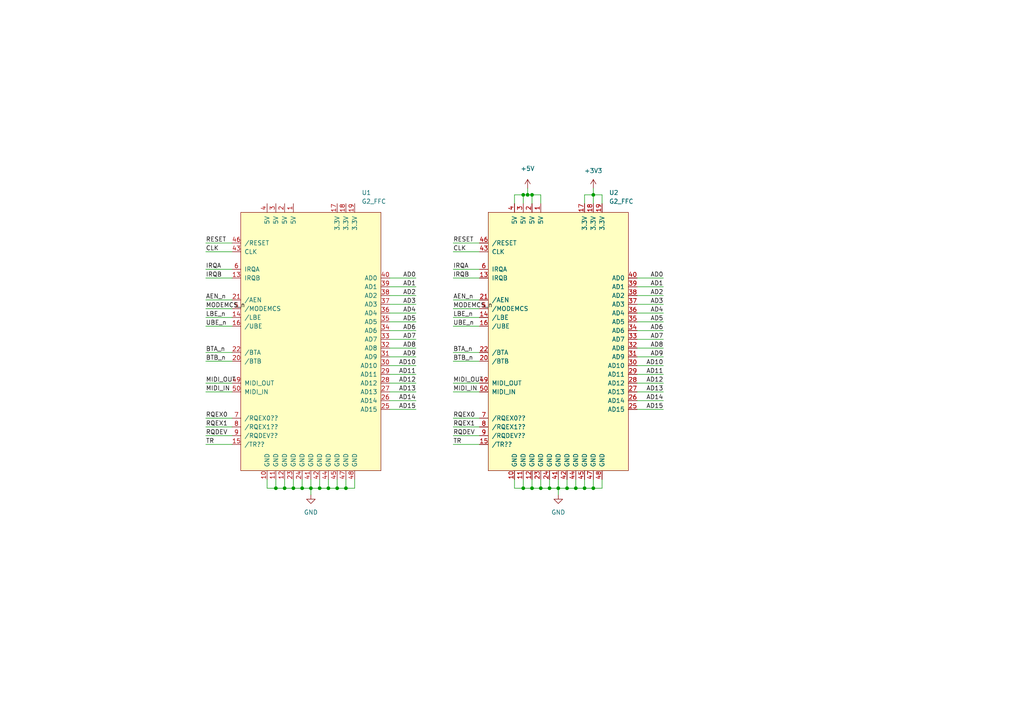
<source format=kicad_sch>
(kicad_sch (version 20211123) (generator eeschema)
  (paper "A4")
  (lib_symbols
    (symbol "DreamcastCommon:G2_FFC" (pin_names (offset 1.016))
      (property "Reference" "U" (at 0 0 0))
      (property "Value" "G2_FFC" (at 0 -2.54 0))
      (symbol "G2_FFC_0_1"
        (rectangle (start -20.32 38.1) (end 20.32 -36.83) (fill (type background)))
      )
      (symbol "G2_FFC_1_1"
        (pin input line (at -5.08 40.64 270) (length 2.54) (name "5V") (number "1"))
        (pin input line (at -12.7 -39.37 90) (length 2.54) (name "GND") (number "10"))
        (pin input line (at -10.16 -39.37 90) (length 2.54) (name "GND") (number "11"))
        (pin input line (at -7.62 -39.37 90) (length 2.54) (name "GND") (number "12"))
        (pin input line (at -22.86 19.05 0) (length 2.54) (name "IRQB") (number "13"))
        (pin input line (at -22.86 7.62 0) (length 2.54) (name "/LBE") (number "14"))
        (pin input line (at -22.86 -29.21 0) (length 2.54) (name "/TR??") (number "15"))
        (pin input line (at -22.86 5.08 0) (length 2.54) (name "/UBE") (number "16"))
        (pin input line (at 7.62 40.64 270) (length 2.54) (name "3.3V") (number "17"))
        (pin input line (at 10.16 40.64 270) (length 2.54) (name "3.3V") (number "18"))
        (pin input line (at 12.7 40.64 270) (length 2.54) (name "3.3V") (number "19"))
        (pin input line (at -7.62 40.64 270) (length 2.54) (name "5V") (number "2"))
        (pin input line (at -22.86 -5.08 0) (length 2.54) (name "/BTB") (number "20"))
        (pin input line (at -22.86 12.7 0) (length 2.54) (name "/AEN") (number "21"))
        (pin input line (at -22.86 -2.54 0) (length 2.54) (name "/BTA") (number "22"))
        (pin input line (at -5.08 -39.37 90) (length 2.54) (name "GND") (number "23"))
        (pin input line (at -2.54 -39.37 90) (length 2.54) (name "GND") (number "24"))
        (pin input line (at 22.86 -19.05 180) (length 2.54) (name "AD15") (number "25"))
        (pin input line (at 22.86 -16.51 180) (length 2.54) (name "AD14") (number "26"))
        (pin input line (at 22.86 -13.97 180) (length 2.54) (name "AD13") (number "27"))
        (pin input line (at 22.86 -11.43 180) (length 2.54) (name "AD12") (number "28"))
        (pin input line (at 22.86 -8.89 180) (length 2.54) (name "AD11") (number "29"))
        (pin input line (at -10.16 40.64 270) (length 2.54) (name "5V") (number "3"))
        (pin input line (at 22.86 -6.35 180) (length 2.54) (name "AD10") (number "30"))
        (pin input line (at 22.86 -3.81 180) (length 2.54) (name "AD9") (number "31"))
        (pin input line (at 22.86 -1.27 180) (length 2.54) (name "AD8") (number "32"))
        (pin input line (at 22.86 1.27 180) (length 2.54) (name "AD7") (number "33"))
        (pin input line (at 22.86 3.81 180) (length 2.54) (name "AD6") (number "34"))
        (pin input line (at 22.86 6.35 180) (length 2.54) (name "AD5") (number "35"))
        (pin input line (at 22.86 8.89 180) (length 2.54) (name "AD4") (number "36"))
        (pin input line (at 22.86 11.43 180) (length 2.54) (name "AD3") (number "37"))
        (pin input line (at 22.86 13.97 180) (length 2.54) (name "AD2") (number "38"))
        (pin input line (at 22.86 16.51 180) (length 2.54) (name "AD1") (number "39"))
        (pin input line (at -12.7 40.64 270) (length 2.54) (name "5V") (number "4"))
        (pin input line (at 22.86 19.05 180) (length 2.54) (name "AD0") (number "40"))
        (pin input line (at 0 -39.37 90) (length 2.54) (name "GND") (number "41"))
        (pin input line (at 2.54 -39.37 90) (length 2.54) (name "GND") (number "42"))
        (pin input line (at -22.86 26.67 0) (length 2.54) (name "CLK") (number "43"))
        (pin input line (at 5.08 -39.37 90) (length 2.54) (name "GND") (number "44"))
        (pin input line (at 7.62 -39.37 90) (length 2.54) (name "GND") (number "45"))
        (pin input line (at -22.86 29.21 0) (length 2.54) (name "/RESET") (number "46"))
        (pin input line (at 10.16 -39.37 90) (length 2.54) (name "GND") (number "47"))
        (pin input line (at 12.7 -39.37 90) (length 2.54) (name "GND") (number "48"))
        (pin input line (at -22.86 -11.43 0) (length 2.54) (name "MIDI_OUT") (number "49"))
        (pin input line (at -22.86 10.16 0) (length 2.54) (name "/MODEMCS") (number "5"))
        (pin input line (at -22.86 -13.97 0) (length 2.54) (name "MIDI_IN") (number "50"))
        (pin input line (at -22.86 21.59 0) (length 2.54) (name "IRQA") (number "6"))
        (pin input line (at -22.86 -21.59 0) (length 2.54) (name "/RQEX0??") (number "7"))
        (pin input line (at -22.86 -24.13 0) (length 2.54) (name "/RQEX1??") (number "8"))
        (pin input line (at -22.86 -26.67 0) (length 2.54) (name "/RQDEV??") (number "9"))
      )
    )
    (symbol "power:+3.3V" (power) (pin_names (offset 0))
      (property "Value" "+3.3V" (at 0 3.556 0))
      (symbol "+3.3V_0_1"
        (polyline (pts (xy -0.762 1.27) (xy 0 2.54)))
        (polyline (pts (xy 0 0) (xy 0 2.54)))
        (polyline (pts (xy 0 2.54) (xy 0.762 1.27)))
      )
      (symbol "+3.3V_1_1"
        (pin power_in line (at 0 0 90) (length 0) hide (name "+3V3") (number "1"))
      )
    )
    (symbol "power:+5V" (power) (pin_names (offset 0))
      (property "Value" "+5V" (at 0 3.556 0))
      (symbol "+5V_0_1"
        (polyline (pts (xy -0.762 1.27) (xy 0 2.54)))
        (polyline (pts (xy 0 0) (xy 0 2.54)))
        (polyline (pts (xy 0 2.54) (xy 0.762 1.27)))
      )
      (symbol "+5V_1_1"
        (pin power_in line (at 0 0 90) (length 0) hide (name "+5V") (number "1"))
      )
    )
    (symbol "power:GND" (power) (pin_names (offset 0))
      (property "Value" "GND" (at 0 -3.81 0))
      (symbol "GND_0_1"
        (polyline (pts (xy 0 0) (xy 0 -1.27) (xy 1.27 -1.27) (xy 0 -2.54) (xy -1.27 -1.27) (xy 0 -1.27)))
      )
      (symbol "GND_1_1"
        (pin power_in line (at 0 0 270) (length 0) hide (name "GND") (number "1"))
      )
    )
  )
  (junction (at 154.305 141.605))
  (junction (at 172.085 56.515))
  (junction (at 151.765 56.515))
  (junction (at 80.01 141.605))
  (junction (at 159.385 141.605))
  (junction (at 100.33 141.605))
  (junction (at 85.09 141.605))
  (junction (at 90.17 141.605))
  (junction (at 153.035 56.515))
  (junction (at 161.925 141.605))
  (junction (at 167.005 141.605))
  (junction (at 82.55 141.605))
  (junction (at 156.845 141.605))
  (junction (at 154.305 56.515))
  (junction (at 151.765 141.605))
  (junction (at 169.545 141.605))
  (junction (at 87.63 141.605))
  (junction (at 92.71 141.605))
  (junction (at 164.465 141.605))
  (junction (at 97.79 141.605))
  (junction (at 95.25 141.605))
  (junction (at 172.085 141.605))
  (wire (pts (xy 77.47 141.605) (xy 80.01 141.605)))
  (wire (pts (xy 59.69 111.125) (xy 67.31 111.125)))
  (wire (pts (xy 174.625 56.515) (xy 174.625 59.055)))
  (wire (pts (xy 169.545 59.055) (xy 169.545 56.515)))
  (wire (pts (xy 156.845 139.065) (xy 156.845 141.605)))
  (wire (pts (xy 59.69 128.905) (xy 67.31 128.905)))
  (wire (pts (xy 131.445 92.075) (xy 139.065 92.075)))
  (wire (pts (xy 172.085 54.61) (xy 172.085 56.515)))
  (wire (pts (xy 131.445 86.995) (xy 139.065 86.995)))
  (wire (pts (xy 113.03 90.805) (xy 120.65 90.805)))
  (wire (pts (xy 59.69 102.235) (xy 67.31 102.235)))
  (wire (pts (xy 149.225 59.055) (xy 149.225 56.515)))
  (wire (pts (xy 154.305 59.055) (xy 154.305 56.515)))
  (wire (pts (xy 131.445 123.825) (xy 139.065 123.825)))
  (wire (pts (xy 151.765 56.515) (xy 151.765 59.055)))
  (wire (pts (xy 113.03 88.265) (xy 120.65 88.265)))
  (wire (pts (xy 167.005 141.605) (xy 164.465 141.605)))
  (wire (pts (xy 161.925 139.065) (xy 161.925 141.605)))
  (wire (pts (xy 59.69 86.995) (xy 67.31 86.995)))
  (wire (pts (xy 113.03 83.185) (xy 120.65 83.185)))
  (wire (pts (xy 184.785 106.045) (xy 192.405 106.045)))
  (wire (pts (xy 154.305 56.515) (xy 153.035 56.515)))
  (wire (pts (xy 113.03 85.725) (xy 120.65 85.725)))
  (wire (pts (xy 184.785 98.425) (xy 192.405 98.425)))
  (wire (pts (xy 131.445 78.105) (xy 139.065 78.105)))
  (wire (pts (xy 113.03 93.345) (xy 120.65 93.345)))
  (wire (pts (xy 113.03 103.505) (xy 120.65 103.505)))
  (wire (pts (xy 156.845 59.055) (xy 156.845 56.515)))
  (wire (pts (xy 113.03 118.745) (xy 120.65 118.745)))
  (wire (pts (xy 97.79 139.065) (xy 97.79 141.605)))
  (wire (pts (xy 59.69 80.645) (xy 67.31 80.645)))
  (wire (pts (xy 59.69 104.775) (xy 67.31 104.775)))
  (wire (pts (xy 113.03 95.885) (xy 120.65 95.885)))
  (wire (pts (xy 59.69 113.665) (xy 67.31 113.665)))
  (wire (pts (xy 151.765 141.605) (xy 154.305 141.605)))
  (wire (pts (xy 174.625 139.065) (xy 174.625 141.605)))
  (wire (pts (xy 184.785 111.125) (xy 192.405 111.125)))
  (wire (pts (xy 154.305 139.065) (xy 154.305 141.605)))
  (wire (pts (xy 90.17 141.605) (xy 90.17 143.51)))
  (wire (pts (xy 167.005 139.065) (xy 167.005 141.605)))
  (wire (pts (xy 151.765 139.065) (xy 151.765 141.605)))
  (wire (pts (xy 131.445 121.285) (xy 139.065 121.285)))
  (wire (pts (xy 80.01 141.605) (xy 82.55 141.605)))
  (wire (pts (xy 156.845 56.515) (xy 154.305 56.515)))
  (wire (pts (xy 131.445 80.645) (xy 139.065 80.645)))
  (wire (pts (xy 113.03 80.645) (xy 120.65 80.645)))
  (wire (pts (xy 184.785 83.185) (xy 192.405 83.185)))
  (wire (pts (xy 85.09 141.605) (xy 87.63 141.605)))
  (wire (pts (xy 174.625 141.605) (xy 172.085 141.605)))
  (wire (pts (xy 59.69 121.285) (xy 67.31 121.285)))
  (wire (pts (xy 149.225 141.605) (xy 151.765 141.605)))
  (wire (pts (xy 77.47 139.065) (xy 77.47 141.605)))
  (wire (pts (xy 131.445 111.125) (xy 139.065 111.125)))
  (wire (pts (xy 184.785 108.585) (xy 192.405 108.585)))
  (wire (pts (xy 156.845 141.605) (xy 159.385 141.605)))
  (wire (pts (xy 131.445 70.485) (xy 139.065 70.485)))
  (wire (pts (xy 184.785 118.745) (xy 192.405 118.745)))
  (wire (pts (xy 82.55 141.605) (xy 85.09 141.605)))
  (wire (pts (xy 97.79 141.605) (xy 95.25 141.605)))
  (wire (pts (xy 184.785 90.805) (xy 192.405 90.805)))
  (wire (pts (xy 87.63 141.605) (xy 90.17 141.605)))
  (wire (pts (xy 82.55 139.065) (xy 82.55 141.605)))
  (wire (pts (xy 184.785 93.345) (xy 192.405 93.345)))
  (wire (pts (xy 131.445 104.775) (xy 139.065 104.775)))
  (wire (pts (xy 102.87 141.605) (xy 100.33 141.605)))
  (wire (pts (xy 172.085 141.605) (xy 169.545 141.605)))
  (wire (pts (xy 161.925 141.605) (xy 161.925 143.51)))
  (wire (pts (xy 131.445 102.235) (xy 139.065 102.235)))
  (wire (pts (xy 149.225 139.065) (xy 149.225 141.605)))
  (wire (pts (xy 184.785 85.725) (xy 192.405 85.725)))
  (wire (pts (xy 90.17 139.065) (xy 90.17 141.605)))
  (wire (pts (xy 184.785 88.265) (xy 192.405 88.265)))
  (wire (pts (xy 59.69 94.615) (xy 67.31 94.615)))
  (wire (pts (xy 113.03 106.045) (xy 120.65 106.045)))
  (wire (pts (xy 159.385 139.065) (xy 159.385 141.605)))
  (wire (pts (xy 85.09 139.065) (xy 85.09 141.605)))
  (wire (pts (xy 59.69 123.825) (xy 67.31 123.825)))
  (wire (pts (xy 100.33 139.065) (xy 100.33 141.605)))
  (wire (pts (xy 95.25 141.605) (xy 92.71 141.605)))
  (wire (pts (xy 131.445 73.025) (xy 139.065 73.025)))
  (wire (pts (xy 113.03 108.585) (xy 120.65 108.585)))
  (wire (pts (xy 164.465 139.065) (xy 164.465 141.605)))
  (wire (pts (xy 59.69 70.485) (xy 67.31 70.485)))
  (wire (pts (xy 80.01 139.065) (xy 80.01 141.605)))
  (wire (pts (xy 184.785 113.665) (xy 192.405 113.665)))
  (wire (pts (xy 113.03 113.665) (xy 120.65 113.665)))
  (wire (pts (xy 102.87 139.065) (xy 102.87 141.605)))
  (wire (pts (xy 100.33 141.605) (xy 97.79 141.605)))
  (wire (pts (xy 184.785 80.645) (xy 192.405 80.645)))
  (wire (pts (xy 169.545 56.515) (xy 172.085 56.515)))
  (wire (pts (xy 131.445 94.615) (xy 139.065 94.615)))
  (wire (pts (xy 131.445 128.905) (xy 139.065 128.905)))
  (wire (pts (xy 184.785 100.965) (xy 192.405 100.965)))
  (wire (pts (xy 131.445 113.665) (xy 139.065 113.665)))
  (wire (pts (xy 131.445 89.535) (xy 139.065 89.535)))
  (wire (pts (xy 159.385 141.605) (xy 161.925 141.605)))
  (wire (pts (xy 164.465 141.605) (xy 161.925 141.605)))
  (wire (pts (xy 113.03 116.205) (xy 120.65 116.205)))
  (wire (pts (xy 172.085 139.065) (xy 172.085 141.605)))
  (wire (pts (xy 59.69 89.535) (xy 67.31 89.535)))
  (wire (pts (xy 153.035 54.61) (xy 153.035 56.515)))
  (wire (pts (xy 169.545 141.605) (xy 167.005 141.605)))
  (wire (pts (xy 184.785 95.885) (xy 192.405 95.885)))
  (wire (pts (xy 149.225 56.515) (xy 151.765 56.515)))
  (wire (pts (xy 154.305 141.605) (xy 156.845 141.605)))
  (wire (pts (xy 184.785 116.205) (xy 192.405 116.205)))
  (wire (pts (xy 113.03 100.965) (xy 120.65 100.965)))
  (wire (pts (xy 113.03 98.425) (xy 120.65 98.425)))
  (wire (pts (xy 184.785 103.505) (xy 192.405 103.505)))
  (wire (pts (xy 172.085 56.515) (xy 172.085 59.055)))
  (wire (pts (xy 131.445 126.365) (xy 139.065 126.365)))
  (wire (pts (xy 59.69 78.105) (xy 67.31 78.105)))
  (wire (pts (xy 169.545 139.065) (xy 169.545 141.605)))
  (wire (pts (xy 92.71 139.065) (xy 92.71 141.605)))
  (wire (pts (xy 59.69 73.025) (xy 67.31 73.025)))
  (wire (pts (xy 172.085 56.515) (xy 174.625 56.515)))
  (wire (pts (xy 153.035 56.515) (xy 151.765 56.515)))
  (wire (pts (xy 59.69 92.075) (xy 67.31 92.075)))
  (wire (pts (xy 59.69 126.365) (xy 67.31 126.365)))
  (wire (pts (xy 113.03 111.125) (xy 120.65 111.125)))
  (wire (pts (xy 92.71 141.605) (xy 90.17 141.605)))
  (wire (pts (xy 87.63 139.065) (xy 87.63 141.605)))
  (wire (pts (xy 95.25 139.065) (xy 95.25 141.605)))
  (label "AD11" (at 192.405 108.585 180))
  (label "AD5" (at 192.405 93.345 180))
  (label "TR" (at 131.445 128.905 0))
  (label "AD7" (at 192.405 98.425 180))
  (label "RQEX1" (at 131.445 123.825 0))
  (label "AD6" (at 192.405 95.885 180))
  (label "RQDEV" (at 131.445 126.365 0))
  (label "AD13" (at 192.405 113.665 180))
  (label "AD2" (at 120.65 85.725 180))
  (label "RESET" (at 131.445 70.485 0))
  (label "AD13" (at 120.65 113.665 180))
  (label "AEN_n" (at 59.69 86.995 0))
  (label "MODEMCS_n" (at 59.69 89.535 0))
  (label "IRQA" (at 59.69 78.105 0))
  (label "AD0" (at 120.65 80.645 180))
  (label "IRQB" (at 131.445 80.645 0))
  (label "AD14" (at 192.405 116.205 180))
  (label "RQEX1" (at 59.69 123.825 0))
  (label "AD10" (at 120.65 106.045 180))
  (label "AD0" (at 192.405 80.645 180))
  (label "AD12" (at 120.65 111.125 180))
  (label "IRQA" (at 131.445 78.105 0))
  (label "AD8" (at 120.65 100.965 180))
  (label "LBE_n" (at 59.69 92.075 0))
  (label "BTA_n" (at 59.69 102.235 0))
  (label "AD7" (at 120.65 98.425 180))
  (label "TR" (at 59.69 128.905 0))
  (label "AD3" (at 192.405 88.265 180))
  (label "AD14" (at 120.65 116.205 180))
  (label "AEN_n" (at 131.445 86.995 0))
  (label "CLK" (at 59.69 73.025 0))
  (label "BTA_n" (at 131.445 102.235 0))
  (label "MIDI_OUT" (at 131.445 111.125 0))
  (label "AD8" (at 192.405 100.965 180))
  (label "BTB_n" (at 131.445 104.775 0))
  (label "LBE_n" (at 131.445 92.075 0))
  (label "AD12" (at 192.405 111.125 180))
  (label "AD5" (at 120.65 93.345 180))
  (label "AD4" (at 192.405 90.805 180))
  (label "MIDI_IN" (at 59.69 113.665 0))
  (label "MODEMCS_n" (at 131.445 89.535 0))
  (label "AD9" (at 120.65 103.505 180))
  (label "AD15" (at 120.65 118.745 180))
  (label "MIDI_IN" (at 131.445 113.665 0))
  (label "AD2" (at 192.405 85.725 180))
  (label "AD15" (at 192.405 118.745 180))
  (label "MIDI_OUT" (at 59.69 111.125 0))
  (label "IRQB" (at 59.69 80.645 0))
  (label "AD3" (at 120.65 88.265 180))
  (label "UBE_n" (at 131.445 94.615 0))
  (label "AD6" (at 120.65 95.885 180))
  (label "AD10" (at 192.405 106.045 180))
  (label "RESET" (at 59.69 70.485 0))
  (label "AD11" (at 120.65 108.585 180))
  (label "RQEX0" (at 131.445 121.285 0))
  (label "AD4" (at 120.65 90.805 180))
  (label "RQDEV" (at 59.69 126.365 0))
  (label "AD9" (at 192.405 103.505 180))
  (label "AD1" (at 192.405 83.185 180))
  (label "UBE_n" (at 59.69 94.615 0))
  (label "AD1" (at 120.65 83.185 180))
  (label "CLK" (at 131.445 73.025 0))
  (label "RQEX0" (at 59.69 121.285 0))
  (label "BTB_n" (at 59.69 104.775 0))
  (symbol (lib_id "DreamcastCommon:G2_FFC") (at 90.17 99.695 0) (unit 1)
    (property "Reference" "U1" (at 104.8894 55.88 0) (effects (justify left)))
    (property "Value" "G2_FFC" (at 104.8894 58.42 0) (effects (justify left)))
    (property "Footprint" "DreamcastCommon:G2_Testpoints" (effects hide))
  )
  (symbol (lib_id "power:+5V") (at 153.035 54.61 0) (unit 1)
    (property "Reference" "#PWR0103" (effects hide))
    (property "Value" "+5V" (at 153.035 48.895 0))
  )
  (symbol (lib_id "power:GND") (at 161.925 143.51 0) (unit 1)
    (property "Reference" "#PWR0102" (effects hide))
    (property "Value" "GND" (at 161.925 148.59 0))
  )
  (symbol (lib_id "power:+3.3V") (at 172.085 54.61 0) (unit 1)
    (property "Reference" "#PWR0104" (effects hide))
    (property "Value" "+3.3V" (at 172.085 49.53 0))
  )
  (symbol (lib_id "power:GND") (at 90.17 143.51 0) (unit 1)
    (property "Reference" "#PWR0101" (effects hide))
    (property "Value" "GND" (at 90.17 148.59 0))
  )
  (symbol (lib_id "DreamcastCommon:G2_FFC") (at 161.925 99.695 0) (unit 1)
    (property "Reference" "U2" (at 176.6444 55.88 0) (effects (justify left)))
    (property "Value" "G2_FFC" (at 176.6444 58.42 0) (effects (justify left)))
    (property "Footprint" "DreamcastCommon:G2_FFC" (effects hide))
  )
)
</source>
